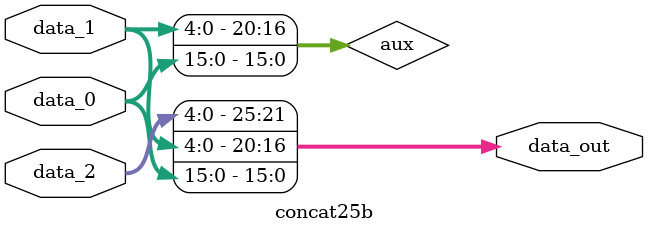
<source format=v>
module concat25b (
    input wire [15:0] data_0,
    input wire [4:0] data_1,
    input wire [4:0] data_2,
    output wire [25:0] data_out
);

    wire [20:0] aux;

    assign aux = {data_1, data_0};
    assign data_out = {data_2, aux};

endmodule

</source>
